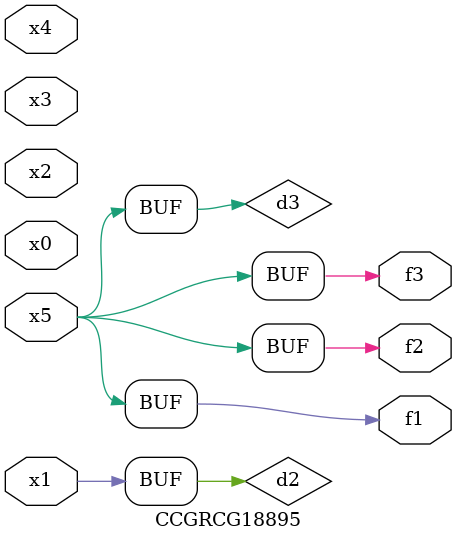
<source format=v>
module CCGRCG18895(
	input x0, x1, x2, x3, x4, x5,
	output f1, f2, f3
);

	wire d1, d2, d3;

	not (d1, x5);
	or (d2, x1);
	xnor (d3, d1);
	assign f1 = d3;
	assign f2 = d3;
	assign f3 = d3;
endmodule

</source>
